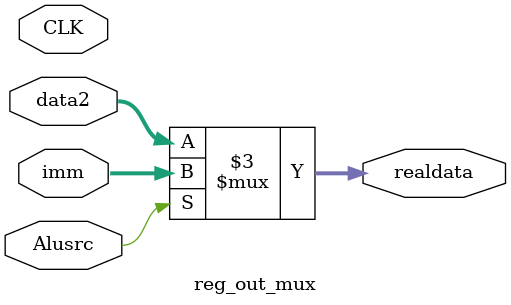
<source format=v>
module reg_out_mux(
    input [31:0]data2,
    input [31:0]imm,
    input Alusrc,
    input CLK,
    output reg [31:0]realdata
    );
    
    always@(*)begin
        if(Alusrc)begin
            realdata=imm;
        end
        else realdata=data2;
    end
endmodule

</source>
